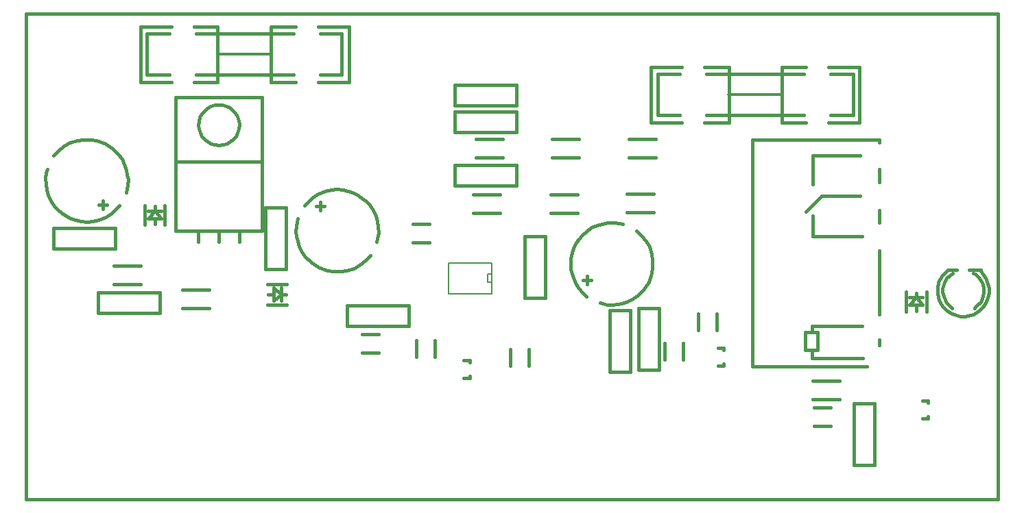
<source format=gbr>
G04 (created by PCBNEW-RS274X (2012-01-19 BZR 3256)-stable) date Mi 26 Sep 2012 15:51:09 CEST*
G01*
G70*
G90*
%MOIN*%
G04 Gerber Fmt 3.4, Leading zero omitted, Abs format*
%FSLAX34Y34*%
G04 APERTURE LIST*
%ADD10C,0.006000*%
%ADD11C,0.015000*%
%ADD12C,0.012000*%
%ADD13C,0.005000*%
G04 APERTURE END LIST*
G54D10*
G54D11*
X37400Y-47250D02*
X84644Y-47250D01*
X84644Y-47250D02*
X84644Y-23628D01*
X84644Y-23628D02*
X37400Y-23628D01*
X37400Y-23628D02*
X37400Y-47250D01*
X61626Y-37461D02*
X62626Y-37461D01*
X62626Y-37461D02*
X62626Y-34461D01*
X62626Y-34461D02*
X61626Y-34461D01*
X61626Y-34461D02*
X61626Y-37461D01*
X41752Y-35066D02*
X41752Y-34066D01*
X41752Y-34066D02*
X38752Y-34066D01*
X38752Y-34066D02*
X38752Y-35066D01*
X38752Y-35066D02*
X41752Y-35066D01*
X65760Y-41043D02*
X66760Y-41043D01*
X66760Y-41043D02*
X66760Y-38043D01*
X66760Y-38043D02*
X65760Y-38043D01*
X65760Y-38043D02*
X65760Y-41043D01*
X67178Y-40965D02*
X68178Y-40965D01*
X68178Y-40965D02*
X68178Y-37965D01*
X68178Y-37965D02*
X67178Y-37965D01*
X67178Y-37965D02*
X67178Y-40965D01*
X58248Y-30997D02*
X58248Y-31997D01*
X58248Y-31997D02*
X61248Y-31997D01*
X61248Y-31997D02*
X61248Y-30997D01*
X61248Y-30997D02*
X58248Y-30997D01*
X58249Y-28399D02*
X58249Y-29399D01*
X58249Y-29399D02*
X61249Y-29399D01*
X61249Y-29399D02*
X61249Y-28399D01*
X61249Y-28399D02*
X58249Y-28399D01*
X58248Y-27099D02*
X58248Y-28099D01*
X58248Y-28099D02*
X61248Y-28099D01*
X61248Y-28099D02*
X61248Y-27099D01*
X61248Y-27099D02*
X58248Y-27099D01*
X78650Y-42579D02*
X77650Y-42579D01*
X77650Y-42579D02*
X77650Y-45579D01*
X77650Y-45579D02*
X78650Y-45579D01*
X78650Y-45579D02*
X78650Y-42579D01*
X53012Y-37807D02*
X53012Y-38807D01*
X53012Y-38807D02*
X56012Y-38807D01*
X56012Y-38807D02*
X56012Y-37807D01*
X56012Y-37807D02*
X53012Y-37807D01*
X49028Y-36043D02*
X50028Y-36043D01*
X50028Y-36043D02*
X50028Y-33043D01*
X50028Y-33043D02*
X49028Y-33043D01*
X49028Y-33043D02*
X49028Y-36043D01*
X43917Y-38177D02*
X43917Y-37177D01*
X43917Y-37177D02*
X40917Y-37177D01*
X40917Y-37177D02*
X40917Y-38177D01*
X40917Y-38177D02*
X43917Y-38177D01*
X43661Y-33582D02*
X43661Y-33858D01*
X43661Y-33208D02*
X43661Y-32992D01*
X43661Y-33208D02*
X43976Y-33208D01*
X43661Y-33208D02*
X43346Y-33208D01*
X43661Y-33208D02*
X43346Y-33582D01*
X43346Y-33582D02*
X43976Y-33582D01*
X43976Y-33582D02*
X43661Y-33208D01*
X43169Y-33858D02*
X43169Y-33897D01*
X44153Y-33858D02*
X44153Y-33897D01*
X43169Y-32953D02*
X43169Y-33878D01*
X44153Y-32953D02*
X44153Y-33838D01*
X80670Y-37795D02*
X80670Y-38071D01*
X80670Y-37421D02*
X80670Y-37205D01*
X80670Y-37421D02*
X80985Y-37421D01*
X80670Y-37421D02*
X80355Y-37421D01*
X80670Y-37421D02*
X80355Y-37795D01*
X80355Y-37795D02*
X80985Y-37795D01*
X80985Y-37795D02*
X80670Y-37421D01*
X80178Y-38071D02*
X80178Y-38110D01*
X81162Y-38071D02*
X81162Y-38110D01*
X80178Y-37166D02*
X80178Y-38091D01*
X81162Y-37166D02*
X81162Y-38051D01*
X49449Y-37283D02*
X49173Y-37283D01*
X49823Y-37283D02*
X50039Y-37283D01*
X49823Y-37283D02*
X49823Y-37598D01*
X49823Y-37283D02*
X49823Y-36968D01*
X49823Y-37283D02*
X49449Y-36968D01*
X49449Y-36968D02*
X49449Y-37598D01*
X49449Y-37598D02*
X49823Y-37283D01*
X49173Y-36791D02*
X49134Y-36791D01*
X49173Y-37775D02*
X49134Y-37775D01*
X50078Y-36791D02*
X49153Y-36791D01*
X50078Y-37775D02*
X49193Y-37775D01*
X82203Y-36087D02*
X82653Y-36087D01*
X83803Y-36087D02*
X83253Y-36087D01*
X82453Y-36237D02*
X82303Y-36337D01*
X82303Y-36337D02*
X82153Y-36487D01*
X82153Y-36487D02*
X82053Y-36687D01*
X82053Y-36687D02*
X81953Y-36987D01*
X81953Y-36987D02*
X81953Y-37137D01*
X81953Y-37137D02*
X82003Y-37387D01*
X82003Y-37387D02*
X82153Y-37687D01*
X82153Y-37687D02*
X82253Y-37787D01*
X82253Y-37787D02*
X82403Y-37937D01*
X83803Y-37637D02*
X83653Y-37787D01*
X83653Y-37787D02*
X83553Y-37887D01*
X83553Y-37887D02*
X83503Y-37937D01*
X83453Y-36237D02*
X83553Y-36287D01*
X83553Y-36287D02*
X83703Y-36437D01*
X83703Y-36437D02*
X83853Y-36637D01*
X83853Y-36637D02*
X83903Y-36787D01*
X83903Y-36787D02*
X83953Y-36987D01*
X83953Y-36987D02*
X83953Y-37137D01*
X83953Y-37137D02*
X83903Y-37387D01*
X83903Y-37387D02*
X83803Y-37637D01*
X82203Y-36087D02*
X82053Y-36237D01*
X83803Y-36137D02*
X83903Y-36287D01*
X83903Y-36287D02*
X84053Y-36487D01*
X84053Y-36487D02*
X84153Y-36737D01*
X84153Y-36737D02*
X84203Y-36987D01*
X84203Y-36987D02*
X84203Y-37187D01*
X84203Y-37187D02*
X84153Y-37437D01*
X84153Y-37437D02*
X84053Y-37687D01*
X84053Y-37687D02*
X83903Y-37887D01*
X83903Y-37887D02*
X83703Y-38087D01*
X83703Y-38087D02*
X83453Y-38237D01*
X83453Y-38237D02*
X83303Y-38287D01*
X83303Y-38287D02*
X83053Y-38337D01*
X83053Y-38337D02*
X82803Y-38337D01*
X82803Y-38337D02*
X82603Y-38287D01*
X82603Y-38287D02*
X82353Y-38187D01*
X82353Y-38187D02*
X82153Y-38037D01*
X82153Y-38037D02*
X81953Y-37837D01*
X81953Y-37837D02*
X81853Y-37687D01*
X81853Y-37687D02*
X81753Y-37437D01*
X81753Y-37437D02*
X81703Y-37187D01*
X81703Y-37187D02*
X81703Y-36937D01*
X81703Y-36937D02*
X81753Y-36687D01*
X81753Y-36687D02*
X81903Y-36387D01*
X81903Y-36387D02*
X82053Y-36237D01*
X75591Y-40000D02*
X75591Y-40394D01*
X75591Y-40394D02*
X78072Y-40394D01*
X75591Y-39134D02*
X75591Y-38819D01*
X75591Y-38819D02*
X78032Y-38819D01*
X75631Y-31930D02*
X75631Y-30512D01*
X75631Y-30512D02*
X77954Y-30512D01*
X75631Y-33465D02*
X75631Y-34449D01*
X75631Y-34449D02*
X78032Y-34449D01*
X77954Y-32481D02*
X76064Y-32481D01*
X76064Y-32481D02*
X75316Y-33268D01*
X72717Y-29764D02*
X78859Y-29764D01*
X78859Y-39489D02*
X78859Y-39764D01*
X78859Y-35158D02*
X78859Y-38268D01*
X78859Y-33189D02*
X78859Y-33780D01*
X78859Y-31182D02*
X78859Y-31811D01*
X78859Y-29804D02*
X78859Y-29882D01*
X72717Y-29764D02*
X72717Y-40788D01*
X72717Y-40788D02*
X78269Y-40788D01*
X75532Y-39115D02*
X75276Y-39115D01*
X75276Y-39115D02*
X75276Y-39991D01*
X75276Y-39991D02*
X75877Y-39991D01*
X75877Y-39991D02*
X75877Y-39115D01*
X75877Y-39115D02*
X75512Y-39115D01*
X76103Y-42778D02*
X75703Y-42778D01*
X76103Y-42778D02*
X76503Y-42778D01*
X76103Y-43678D02*
X75703Y-43678D01*
X76103Y-43678D02*
X76503Y-43678D01*
X56600Y-34750D02*
X57000Y-34750D01*
X56600Y-34750D02*
X56200Y-34750D01*
X56600Y-33850D02*
X57000Y-33850D01*
X56600Y-33850D02*
X56200Y-33850D01*
X61828Y-40354D02*
X61828Y-39954D01*
X61828Y-40354D02*
X61828Y-40754D01*
X60928Y-40354D02*
X60928Y-39954D01*
X60928Y-40354D02*
X60928Y-40754D01*
X70062Y-38622D02*
X70062Y-39022D01*
X70062Y-38622D02*
X70062Y-38222D01*
X70962Y-38622D02*
X70962Y-39022D01*
X70962Y-38622D02*
X70962Y-38222D01*
X57262Y-39921D02*
X57262Y-39521D01*
X57262Y-39921D02*
X57262Y-40321D01*
X56362Y-39921D02*
X56362Y-39521D01*
X56362Y-39921D02*
X56362Y-40321D01*
X54134Y-40135D02*
X54534Y-40135D01*
X54134Y-40135D02*
X53734Y-40135D01*
X54134Y-39235D02*
X54534Y-39235D01*
X54134Y-39235D02*
X53734Y-39235D01*
X69348Y-40039D02*
X69348Y-39639D01*
X69348Y-40039D02*
X69348Y-40439D01*
X68448Y-40039D02*
X68448Y-39639D01*
X68448Y-40039D02*
X68448Y-40439D01*
X46318Y-37969D02*
X45018Y-37969D01*
X45668Y-37069D02*
X45018Y-37069D01*
X45668Y-37069D02*
X46318Y-37069D01*
X66713Y-29707D02*
X68013Y-29707D01*
X67363Y-30607D02*
X68013Y-30607D01*
X67363Y-30607D02*
X66713Y-30607D01*
X62973Y-29707D02*
X64273Y-29707D01*
X63623Y-30607D02*
X64273Y-30607D01*
X63623Y-30607D02*
X62973Y-30607D01*
X59272Y-29708D02*
X60572Y-29708D01*
X59922Y-30608D02*
X60572Y-30608D01*
X59922Y-30608D02*
X59272Y-30608D01*
X66594Y-32385D02*
X67894Y-32385D01*
X67244Y-33285D02*
X67894Y-33285D01*
X67244Y-33285D02*
X66594Y-33285D01*
X62893Y-32425D02*
X64193Y-32425D01*
X63543Y-33325D02*
X64193Y-33325D01*
X63543Y-33325D02*
X62893Y-33325D01*
X59153Y-32425D02*
X60453Y-32425D01*
X59803Y-33325D02*
X60453Y-33325D01*
X59803Y-33325D02*
X59153Y-33325D01*
X42973Y-36788D02*
X41673Y-36788D01*
X42323Y-35888D02*
X41673Y-35888D01*
X42323Y-35888D02*
X42973Y-35888D01*
X76950Y-42379D02*
X75650Y-42379D01*
X76300Y-41479D02*
X75650Y-41479D01*
X76300Y-41479D02*
X76950Y-41479D01*
X45770Y-34179D02*
X45770Y-34729D01*
X46770Y-34179D02*
X46770Y-34729D01*
X47770Y-34179D02*
X47770Y-34729D01*
X47759Y-29029D02*
X47740Y-29221D01*
X47684Y-29405D01*
X47593Y-29576D01*
X47471Y-29725D01*
X47323Y-29848D01*
X47153Y-29940D01*
X46968Y-29997D01*
X46776Y-30017D01*
X46585Y-30000D01*
X46400Y-29945D01*
X46229Y-29856D01*
X46079Y-29735D01*
X45954Y-29587D01*
X45861Y-29418D01*
X45803Y-29234D01*
X45782Y-29042D01*
X45798Y-28851D01*
X45851Y-28665D01*
X45939Y-28494D01*
X46059Y-28342D01*
X46206Y-28217D01*
X46375Y-28123D01*
X46558Y-28064D01*
X46750Y-28041D01*
X46941Y-28056D01*
X47127Y-28107D01*
X47299Y-28194D01*
X47452Y-28313D01*
X47578Y-28459D01*
X47673Y-28627D01*
X47734Y-28810D01*
X47758Y-29002D01*
X47759Y-29029D01*
X48870Y-30829D02*
X48870Y-27679D01*
X48870Y-27679D02*
X44670Y-27679D01*
X44670Y-27679D02*
X44670Y-30829D01*
X48870Y-34179D02*
X48870Y-30829D01*
X48870Y-30829D02*
X44670Y-30829D01*
X44670Y-30829D02*
X44670Y-34179D01*
X46770Y-34179D02*
X44670Y-34179D01*
X46770Y-34179D02*
X48870Y-34179D01*
X80965Y-42441D02*
X81241Y-42441D01*
X81241Y-42441D02*
X81241Y-42539D01*
X81241Y-43228D02*
X81241Y-43307D01*
X81241Y-43307D02*
X80965Y-43307D01*
X58681Y-40473D02*
X58957Y-40473D01*
X58957Y-40473D02*
X58957Y-40571D01*
X58957Y-41260D02*
X58957Y-41339D01*
X58957Y-41339D02*
X58681Y-41339D01*
X71043Y-39882D02*
X71319Y-39882D01*
X71319Y-39882D02*
X71319Y-39980D01*
X71319Y-40669D02*
X71319Y-40748D01*
X71319Y-40748D02*
X71043Y-40748D01*
G54D12*
X46751Y-25591D02*
X49311Y-25591D01*
G54D11*
X46716Y-26941D02*
X45566Y-26941D01*
X42966Y-26941D02*
X44466Y-26941D01*
X43266Y-26591D02*
X44366Y-26591D01*
X46716Y-26591D02*
X45666Y-26591D01*
X42966Y-24241D02*
X44466Y-24241D01*
X43266Y-24591D02*
X44366Y-24591D01*
X46716Y-24241D02*
X45566Y-24241D01*
X46716Y-24591D02*
X45666Y-24591D01*
X49297Y-24241D02*
X50497Y-24241D01*
X49297Y-24591D02*
X50397Y-24591D01*
X49297Y-26591D02*
X50397Y-26591D01*
X49297Y-26941D02*
X50497Y-26941D01*
X53097Y-26941D02*
X51597Y-26941D01*
X52747Y-26591D02*
X51697Y-26591D01*
X53097Y-24241D02*
X51597Y-24241D01*
X52747Y-24591D02*
X51697Y-24591D01*
X53097Y-24241D02*
X53097Y-26941D01*
X49297Y-26941D02*
X49297Y-26591D01*
X49297Y-24241D02*
X49297Y-24591D01*
X42965Y-24241D02*
X42965Y-26941D01*
X46715Y-26941D02*
X46715Y-26591D01*
X46715Y-24241D02*
X46715Y-24641D01*
X50281Y-26591D02*
X45681Y-26591D01*
X45731Y-24591D02*
X50281Y-24591D01*
X46715Y-25591D02*
X46715Y-24591D01*
X43265Y-24591D02*
X43265Y-26591D01*
X46715Y-26591D02*
X46715Y-25591D01*
X49297Y-25591D02*
X49297Y-24591D01*
X52746Y-24591D02*
X52746Y-26591D01*
X49297Y-26591D02*
X49297Y-25591D01*
G54D12*
X74115Y-27559D02*
X71555Y-27559D01*
G54D11*
X74150Y-26209D02*
X75300Y-26209D01*
X77900Y-26209D02*
X76400Y-26209D01*
X77600Y-26559D02*
X76500Y-26559D01*
X74150Y-26559D02*
X75200Y-26559D01*
X77900Y-28909D02*
X76400Y-28909D01*
X77600Y-28559D02*
X76500Y-28559D01*
X74150Y-28909D02*
X75300Y-28909D01*
X74150Y-28559D02*
X75200Y-28559D01*
X71569Y-28909D02*
X70369Y-28909D01*
X71569Y-28559D02*
X70469Y-28559D01*
X71569Y-26559D02*
X70469Y-26559D01*
X71569Y-26209D02*
X70369Y-26209D01*
X67769Y-26209D02*
X69269Y-26209D01*
X68119Y-26559D02*
X69169Y-26559D01*
X67769Y-28909D02*
X69269Y-28909D01*
X68119Y-28559D02*
X69169Y-28559D01*
X67769Y-28909D02*
X67769Y-26209D01*
X71569Y-26209D02*
X71569Y-26559D01*
X71569Y-28909D02*
X71569Y-28559D01*
X77901Y-28909D02*
X77901Y-26209D01*
X74151Y-26209D02*
X74151Y-26559D01*
X74151Y-28909D02*
X74151Y-28509D01*
X70585Y-26559D02*
X75185Y-26559D01*
X75135Y-28559D02*
X70585Y-28559D01*
X74151Y-27559D02*
X74151Y-28559D01*
X77601Y-28559D02*
X77601Y-26559D01*
X74151Y-26559D02*
X74151Y-27559D01*
X71569Y-27559D02*
X71569Y-28559D01*
X68120Y-28559D02*
X68120Y-26559D01*
X71569Y-26559D02*
X71569Y-27559D01*
G54D13*
X60050Y-35800D02*
X60050Y-35750D01*
X60050Y-35750D02*
X57950Y-35750D01*
X57950Y-37250D02*
X60050Y-37250D01*
X60050Y-37250D02*
X60050Y-35800D01*
X60050Y-36700D02*
X59850Y-36700D01*
X59850Y-36700D02*
X59850Y-36300D01*
X59850Y-36300D02*
X60050Y-36300D01*
X57950Y-37250D02*
X57950Y-35750D01*
G54D11*
X65296Y-37696D02*
X65434Y-37736D01*
X65434Y-37736D02*
X65631Y-37775D01*
X65631Y-37775D02*
X65906Y-37795D01*
X65906Y-37795D02*
X66143Y-37756D01*
X66143Y-37756D02*
X66379Y-37716D01*
X66379Y-37716D02*
X66654Y-37618D01*
X66654Y-37618D02*
X66910Y-37500D01*
X66910Y-37500D02*
X67147Y-37322D01*
X67147Y-37322D02*
X67422Y-37047D01*
X67422Y-37047D02*
X67658Y-36693D01*
X67658Y-36693D02*
X67816Y-36259D01*
X67816Y-36259D02*
X67855Y-35964D01*
X67855Y-35964D02*
X67855Y-35610D01*
X67855Y-35610D02*
X67816Y-35334D01*
X67816Y-35334D02*
X67698Y-34960D01*
X67698Y-34960D02*
X67540Y-34685D01*
X67540Y-34685D02*
X67304Y-34409D01*
X67304Y-34409D02*
X67068Y-34173D01*
X65414Y-33838D02*
X65139Y-33917D01*
X65139Y-33917D02*
X64883Y-34035D01*
X64883Y-34035D02*
X64627Y-34212D01*
X64627Y-34212D02*
X64450Y-34370D01*
X64450Y-34370D02*
X64273Y-34586D01*
X64273Y-34586D02*
X64154Y-34763D01*
X64154Y-34763D02*
X64017Y-35019D01*
X64017Y-35019D02*
X63938Y-35256D01*
X63938Y-35256D02*
X63879Y-35511D01*
X63879Y-35511D02*
X63859Y-35807D01*
X63859Y-35807D02*
X63879Y-36063D01*
X63879Y-36063D02*
X63958Y-36378D01*
X63958Y-36378D02*
X64095Y-36712D01*
X64095Y-36712D02*
X64253Y-36968D01*
X64253Y-36968D02*
X64469Y-37204D01*
X64469Y-37204D02*
X64647Y-37381D01*
X66418Y-33858D02*
X66241Y-33818D01*
X66241Y-33818D02*
X65965Y-33779D01*
X65965Y-33779D02*
X65670Y-33799D01*
X65670Y-33799D02*
X65414Y-33838D01*
X64467Y-36587D02*
X64867Y-36587D01*
X64667Y-36787D02*
X64667Y-36387D01*
X50611Y-33602D02*
X50571Y-33740D01*
X50571Y-33740D02*
X50532Y-33937D01*
X50532Y-33937D02*
X50512Y-34212D01*
X50512Y-34212D02*
X50551Y-34449D01*
X50551Y-34449D02*
X50591Y-34685D01*
X50591Y-34685D02*
X50689Y-34960D01*
X50689Y-34960D02*
X50807Y-35216D01*
X50807Y-35216D02*
X50985Y-35453D01*
X50985Y-35453D02*
X51260Y-35728D01*
X51260Y-35728D02*
X51614Y-35964D01*
X51614Y-35964D02*
X52048Y-36122D01*
X52048Y-36122D02*
X52343Y-36161D01*
X52343Y-36161D02*
X52697Y-36161D01*
X52697Y-36161D02*
X52973Y-36122D01*
X52973Y-36122D02*
X53347Y-36004D01*
X53347Y-36004D02*
X53622Y-35846D01*
X53622Y-35846D02*
X53898Y-35610D01*
X53898Y-35610D02*
X54134Y-35374D01*
X54469Y-33720D02*
X54390Y-33445D01*
X54390Y-33445D02*
X54272Y-33189D01*
X54272Y-33189D02*
X54095Y-32933D01*
X54095Y-32933D02*
X53937Y-32756D01*
X53937Y-32756D02*
X53721Y-32579D01*
X53721Y-32579D02*
X53544Y-32460D01*
X53544Y-32460D02*
X53288Y-32323D01*
X53288Y-32323D02*
X53051Y-32244D01*
X53051Y-32244D02*
X52796Y-32185D01*
X52796Y-32185D02*
X52500Y-32165D01*
X52500Y-32165D02*
X52244Y-32185D01*
X52244Y-32185D02*
X51929Y-32264D01*
X51929Y-32264D02*
X51595Y-32401D01*
X51595Y-32401D02*
X51339Y-32559D01*
X51339Y-32559D02*
X51103Y-32775D01*
X51103Y-32775D02*
X50926Y-32953D01*
X54449Y-34724D02*
X54489Y-34547D01*
X54489Y-34547D02*
X54528Y-34271D01*
X54528Y-34271D02*
X54508Y-33976D01*
X54508Y-33976D02*
X54469Y-33720D01*
X51720Y-32773D02*
X51720Y-33173D01*
X51520Y-32973D02*
X51920Y-32973D01*
X42263Y-32303D02*
X42303Y-32165D01*
X42303Y-32165D02*
X42342Y-31968D01*
X42342Y-31968D02*
X42362Y-31693D01*
X42362Y-31693D02*
X42323Y-31456D01*
X42323Y-31456D02*
X42283Y-31220D01*
X42283Y-31220D02*
X42185Y-30945D01*
X42185Y-30945D02*
X42067Y-30689D01*
X42067Y-30689D02*
X41889Y-30452D01*
X41889Y-30452D02*
X41614Y-30177D01*
X41614Y-30177D02*
X41260Y-29941D01*
X41260Y-29941D02*
X40826Y-29783D01*
X40826Y-29783D02*
X40531Y-29744D01*
X40531Y-29744D02*
X40177Y-29744D01*
X40177Y-29744D02*
X39901Y-29783D01*
X39901Y-29783D02*
X39527Y-29901D01*
X39527Y-29901D02*
X39252Y-30059D01*
X39252Y-30059D02*
X38976Y-30295D01*
X38976Y-30295D02*
X38740Y-30531D01*
X38405Y-32185D02*
X38484Y-32460D01*
X38484Y-32460D02*
X38602Y-32716D01*
X38602Y-32716D02*
X38779Y-32972D01*
X38779Y-32972D02*
X38937Y-33149D01*
X38937Y-33149D02*
X39153Y-33326D01*
X39153Y-33326D02*
X39330Y-33445D01*
X39330Y-33445D02*
X39586Y-33582D01*
X39586Y-33582D02*
X39823Y-33661D01*
X39823Y-33661D02*
X40078Y-33720D01*
X40078Y-33720D02*
X40374Y-33740D01*
X40374Y-33740D02*
X40630Y-33720D01*
X40630Y-33720D02*
X40945Y-33641D01*
X40945Y-33641D02*
X41279Y-33504D01*
X41279Y-33504D02*
X41535Y-33346D01*
X41535Y-33346D02*
X41771Y-33130D01*
X41771Y-33130D02*
X41948Y-32952D01*
X38425Y-31181D02*
X38385Y-31358D01*
X38385Y-31358D02*
X38346Y-31634D01*
X38346Y-31634D02*
X38366Y-31929D01*
X38366Y-31929D02*
X38405Y-32185D01*
X41154Y-33132D02*
X41154Y-32732D01*
X41354Y-32932D02*
X40954Y-32932D01*
M02*

</source>
